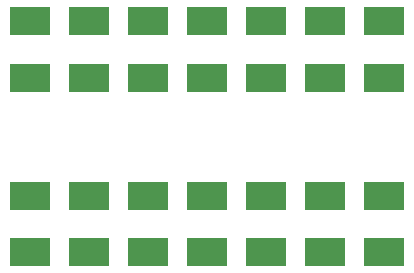
<source format=gtp>
G04*
G04 #@! TF.GenerationSoftware,Altium Limited,Altium Designer,24.1.2 (44)*
G04*
G04 Layer_Color=8421504*
%FSLAX25Y25*%
%MOIN*%
G70*
G04*
G04 #@! TF.SameCoordinates,470A4D24-D506-40DE-B28D-38AA9C1F057A*
G04*
G04*
G04 #@! TF.FilePolarity,Positive*
G04*
G01*
G75*
%ADD13R,0.13386X0.09449*%
D13*
X236221Y97638D02*
D03*
Y78740D02*
D03*
X255906Y97638D02*
D03*
Y78740D02*
D03*
X275590Y97638D02*
D03*
Y78740D02*
D03*
X295276Y97638D02*
D03*
Y78740D02*
D03*
X314961Y97638D02*
D03*
Y78740D02*
D03*
X334646Y97638D02*
D03*
Y78740D02*
D03*
X354331Y97638D02*
D03*
Y78740D02*
D03*
X354331Y20472D02*
D03*
Y39370D02*
D03*
X334646Y20472D02*
D03*
Y39370D02*
D03*
X314961Y20472D02*
D03*
Y39370D02*
D03*
X295276Y20472D02*
D03*
Y39370D02*
D03*
X275590Y20472D02*
D03*
Y39370D02*
D03*
X255906Y20472D02*
D03*
Y39370D02*
D03*
X236221Y20472D02*
D03*
Y39370D02*
D03*
M02*

</source>
